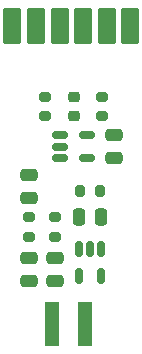
<source format=gbr>
%TF.GenerationSoftware,KiCad,Pcbnew,7.0.1*%
%TF.CreationDate,2024-02-21T00:14:53-08:00*%
%TF.ProjectId,G305_lipo_PMIC,47333035-5f6c-4697-906f-5f504d49432e,rev?*%
%TF.SameCoordinates,Original*%
%TF.FileFunction,Paste,Top*%
%TF.FilePolarity,Positive*%
%FSLAX46Y46*%
G04 Gerber Fmt 4.6, Leading zero omitted, Abs format (unit mm)*
G04 Created by KiCad (PCBNEW 7.0.1) date 2024-02-21 00:14:53*
%MOMM*%
%LPD*%
G01*
G04 APERTURE LIST*
G04 Aperture macros list*
%AMRoundRect*
0 Rectangle with rounded corners*
0 $1 Rounding radius*
0 $2 $3 $4 $5 $6 $7 $8 $9 X,Y pos of 4 corners*
0 Add a 4 corners polygon primitive as box body*
4,1,4,$2,$3,$4,$5,$6,$7,$8,$9,$2,$3,0*
0 Add four circle primitives for the rounded corners*
1,1,$1+$1,$2,$3*
1,1,$1+$1,$4,$5*
1,1,$1+$1,$6,$7*
1,1,$1+$1,$8,$9*
0 Add four rect primitives between the rounded corners*
20,1,$1+$1,$2,$3,$4,$5,0*
20,1,$1+$1,$4,$5,$6,$7,0*
20,1,$1+$1,$6,$7,$8,$9,0*
20,1,$1+$1,$8,$9,$2,$3,0*%
G04 Aperture macros list end*
%ADD10RoundRect,0.075000X-0.675000X-1.425000X0.675000X-1.425000X0.675000X1.425000X-0.675000X1.425000X0*%
%ADD11RoundRect,0.250000X0.250000X0.475000X-0.250000X0.475000X-0.250000X-0.475000X0.250000X-0.475000X0*%
%ADD12RoundRect,0.200000X-0.275000X0.200000X-0.275000X-0.200000X0.275000X-0.200000X0.275000X0.200000X0*%
%ADD13RoundRect,0.200000X0.275000X-0.200000X0.275000X0.200000X-0.275000X0.200000X-0.275000X-0.200000X0*%
%ADD14RoundRect,0.250000X-0.475000X0.250000X-0.475000X-0.250000X0.475000X-0.250000X0.475000X0.250000X0*%
%ADD15RoundRect,0.200000X-0.200000X-0.275000X0.200000X-0.275000X0.200000X0.275000X-0.200000X0.275000X0*%
%ADD16RoundRect,0.150000X-0.512500X-0.150000X0.512500X-0.150000X0.512500X0.150000X-0.512500X0.150000X0*%
%ADD17RoundRect,0.250000X0.475000X-0.250000X0.475000X0.250000X-0.475000X0.250000X-0.475000X-0.250000X0*%
%ADD18RoundRect,0.150000X-0.150000X0.512500X-0.150000X-0.512500X0.150000X-0.512500X0.150000X0.512500X0*%
%ADD19R,1.200000X3.700000*%
%ADD20RoundRect,0.218750X-0.256250X0.218750X-0.256250X-0.218750X0.256250X-0.218750X0.256250X0.218750X0*%
G04 APERTURE END LIST*
D10*
%TO.C,J1*%
X101000000Y-71800000D03*
X103000000Y-71800000D03*
X105000000Y-71800000D03*
X107000000Y-71800000D03*
X109000000Y-71800000D03*
X111000000Y-71800000D03*
%TD*%
D11*
%TO.C,C4*%
X108550000Y-88000000D03*
X106650000Y-88000000D03*
%TD*%
D12*
%TO.C,R2*%
X103800000Y-77775000D03*
X103800000Y-79425000D03*
%TD*%
D13*
%TO.C,R4*%
X104600000Y-89625001D03*
X104600000Y-87975001D03*
%TD*%
D14*
%TO.C,C2*%
X102400000Y-84450000D03*
X102400000Y-86350000D03*
%TD*%
D15*
%TO.C,R3*%
X106775000Y-85800000D03*
X108425000Y-85800000D03*
%TD*%
D16*
%TO.C,U1*%
X105062500Y-81050000D03*
X105062500Y-82000000D03*
X105062500Y-82950000D03*
X107337500Y-82950000D03*
X107337500Y-81050000D03*
%TD*%
D17*
%TO.C,C1*%
X109600000Y-82950000D03*
X109600000Y-81050000D03*
%TD*%
D18*
%TO.C,U2*%
X108550000Y-90662500D03*
X107600000Y-90662500D03*
X106650000Y-90662500D03*
X106650000Y-92937500D03*
X108550000Y-92937500D03*
%TD*%
D13*
%TO.C,R1*%
X108600000Y-79425000D03*
X108600000Y-77775000D03*
%TD*%
D17*
%TO.C,C3*%
X104600000Y-93350000D03*
X104600000Y-91450000D03*
%TD*%
%TO.C,C6*%
X102400000Y-93350000D03*
X102400000Y-91450000D03*
%TD*%
D19*
%TO.C,L1*%
X107200000Y-97000000D03*
X104400000Y-97000000D03*
%TD*%
D20*
%TO.C,D1*%
X106200000Y-77812500D03*
X106200000Y-79387500D03*
%TD*%
D13*
%TO.C,R5*%
X102400000Y-89625000D03*
X102400000Y-87975000D03*
%TD*%
M02*

</source>
